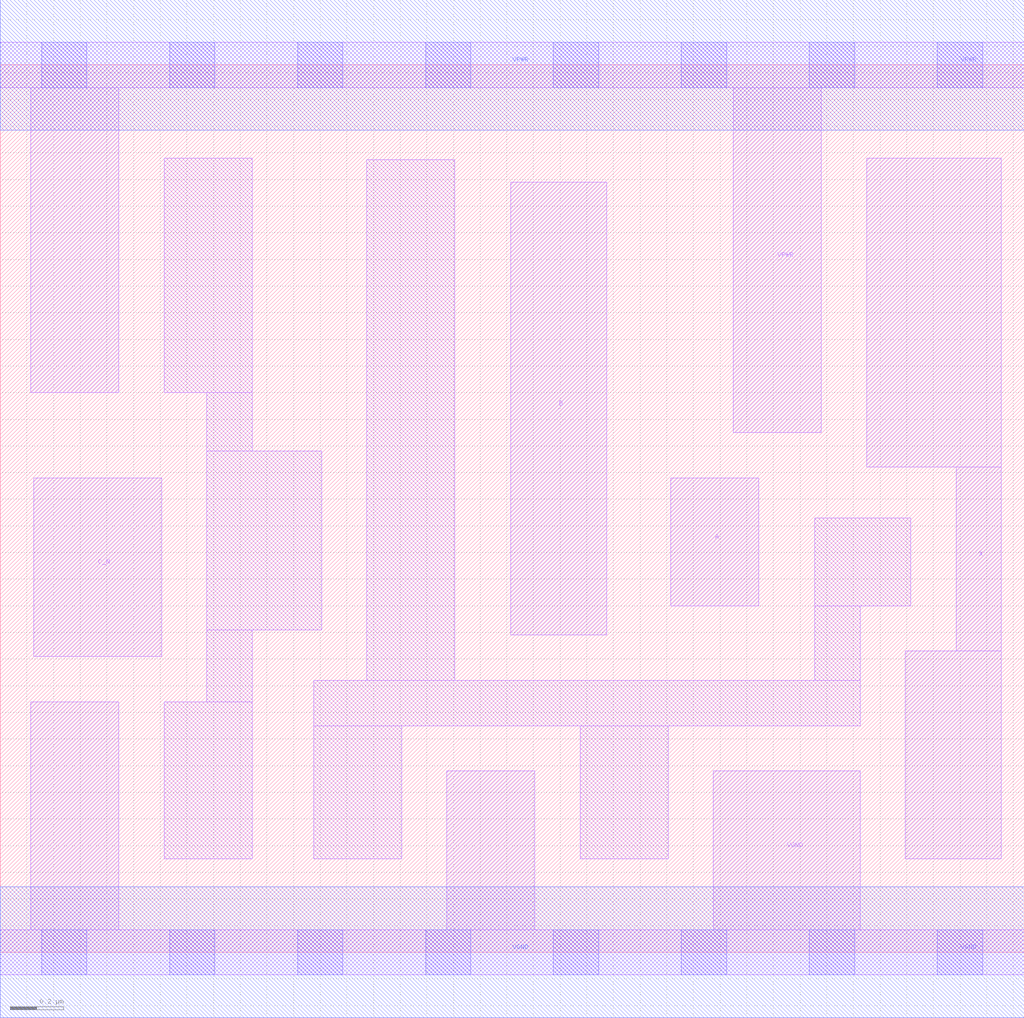
<source format=lef>
# Copyright 2020 The SkyWater PDK Authors
#
# Licensed under the Apache License, Version 2.0 (the "License");
# you may not use this file except in compliance with the License.
# You may obtain a copy of the License at
#
#     https://www.apache.org/licenses/LICENSE-2.0
#
# Unless required by applicable law or agreed to in writing, software
# distributed under the License is distributed on an "AS IS" BASIS,
# WITHOUT WARRANTIES OR CONDITIONS OF ANY KIND, either express or implied.
# See the License for the specific language governing permissions and
# limitations under the License.
#
# SPDX-License-Identifier: Apache-2.0

VERSION 5.7 ;
  NAMESCASESENSITIVE ON ;
  NOWIREEXTENSIONATPIN ON ;
  DIVIDERCHAR "/" ;
  BUSBITCHARS "[]" ;
UNITS
  DATABASE MICRONS 200 ;
END UNITS
MACRO sky130_fd_sc_hs__or3b_1
  CLASS CORE ;
  SOURCE USER ;
  FOREIGN sky130_fd_sc_hs__or3b_1 ;
  ORIGIN  0.000000  0.000000 ;
  SIZE  3.840000 BY  3.330000 ;
  SYMMETRY X Y ;
  SITE unit ;
  PIN A
    ANTENNAGATEAREA  0.232500 ;
    DIRECTION INPUT ;
    USE SIGNAL ;
    PORT
      LAYER li1 ;
        RECT 2.515000 1.300000 2.845000 1.780000 ;
    END
  END A
  PIN B
    ANTENNAGATEAREA  0.232500 ;
    DIRECTION INPUT ;
    USE SIGNAL ;
    PORT
      LAYER li1 ;
        RECT 1.915000 1.190000 2.275000 2.890000 ;
    END
  END B
  PIN C_N
    ANTENNAGATEAREA  0.208500 ;
    DIRECTION INPUT ;
    USE SIGNAL ;
    PORT
      LAYER li1 ;
        RECT 0.125000 1.110000 0.605000 1.780000 ;
    END
  END C_N
  PIN X
    ANTENNADIFFAREA  0.541300 ;
    DIRECTION OUTPUT ;
    USE SIGNAL ;
    PORT
      LAYER li1 ;
        RECT 3.250000 1.820000 3.755000 2.980000 ;
        RECT 3.395000 0.350000 3.755000 1.130000 ;
        RECT 3.585000 1.130000 3.755000 1.820000 ;
    END
  END X
  PIN VGND
    DIRECTION INOUT ;
    USE GROUND ;
    PORT
      LAYER li1 ;
        RECT 0.000000 -0.085000 3.840000 0.085000 ;
        RECT 0.115000  0.085000 0.445000 0.940000 ;
        RECT 1.675000  0.085000 2.005000 0.680000 ;
        RECT 2.675000  0.085000 3.225000 0.680000 ;
      LAYER mcon ;
        RECT 0.155000 -0.085000 0.325000 0.085000 ;
        RECT 0.635000 -0.085000 0.805000 0.085000 ;
        RECT 1.115000 -0.085000 1.285000 0.085000 ;
        RECT 1.595000 -0.085000 1.765000 0.085000 ;
        RECT 2.075000 -0.085000 2.245000 0.085000 ;
        RECT 2.555000 -0.085000 2.725000 0.085000 ;
        RECT 3.035000 -0.085000 3.205000 0.085000 ;
        RECT 3.515000 -0.085000 3.685000 0.085000 ;
      LAYER met1 ;
        RECT 0.000000 -0.245000 3.840000 0.245000 ;
    END
  END VGND
  PIN VPWR
    DIRECTION INOUT ;
    USE POWER ;
    PORT
      LAYER li1 ;
        RECT 0.000000 3.245000 3.840000 3.415000 ;
        RECT 0.115000 2.100000 0.445000 3.245000 ;
        RECT 2.750000 1.950000 3.080000 3.245000 ;
      LAYER mcon ;
        RECT 0.155000 3.245000 0.325000 3.415000 ;
        RECT 0.635000 3.245000 0.805000 3.415000 ;
        RECT 1.115000 3.245000 1.285000 3.415000 ;
        RECT 1.595000 3.245000 1.765000 3.415000 ;
        RECT 2.075000 3.245000 2.245000 3.415000 ;
        RECT 2.555000 3.245000 2.725000 3.415000 ;
        RECT 3.035000 3.245000 3.205000 3.415000 ;
        RECT 3.515000 3.245000 3.685000 3.415000 ;
      LAYER met1 ;
        RECT 0.000000 3.085000 3.840000 3.575000 ;
    END
  END VPWR
  OBS
    LAYER li1 ;
      RECT 0.615000 0.350000 0.945000 0.940000 ;
      RECT 0.615000 2.100000 0.945000 2.980000 ;
      RECT 0.775000 0.940000 0.945000 1.210000 ;
      RECT 0.775000 1.210000 1.205000 1.880000 ;
      RECT 0.775000 1.880000 0.945000 2.100000 ;
      RECT 1.175000 0.350000 1.505000 0.850000 ;
      RECT 1.175000 0.850000 3.225000 1.020000 ;
      RECT 1.375000 1.020000 1.705000 2.975000 ;
      RECT 2.175000 0.350000 2.505000 0.850000 ;
      RECT 3.055000 1.020000 3.225000 1.300000 ;
      RECT 3.055000 1.300000 3.415000 1.630000 ;
  END
END sky130_fd_sc_hs__or3b_1

</source>
